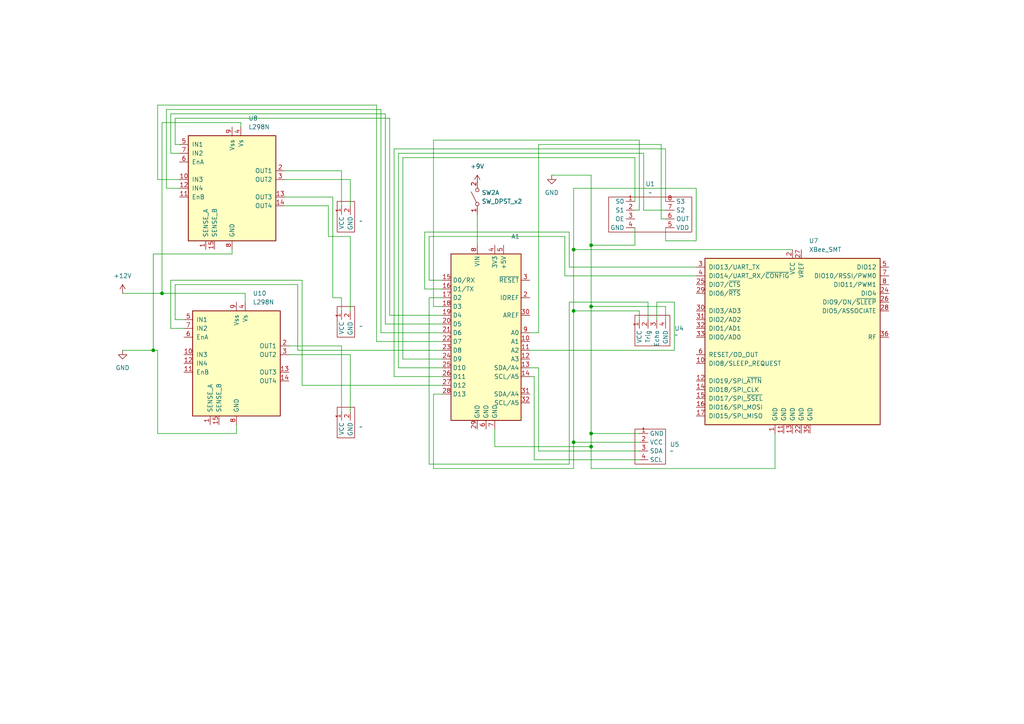
<source format=kicad_sch>
(kicad_sch (version 20231120) (generator "eeschema") (generator_version "8.0")
  (paper "A4")
  (lib_symbols
    (symbol "Driver_Motor:L298N" (pin_names (offset 1.016))
      (property "Reference" "U" (at -10.16 16.51 0))
      (property "Value" "L298N" (at 12.7 16.51 0))
      (symbol "L298N_0_1"
        (rectangle (start -12.7 15.24) (end 12.7 -15.24) (stroke (width 0.254)) (fill (type background)))
      )
      (symbol "L298N_1_1"
        (pin power_in line (at -7.62 -17.78 90) (length 2.54) (name "SENSE_A") (number "1"))
        (pin input line (at -15.24 2.54 0) (length 2.54) (name "IN3") (number "10"))
        (pin input line (at -15.24 -2.54 0) (length 2.54) (name "EnB") (number "11"))
        (pin input line (at -15.24 0 0) (length 2.54) (name "IN4") (number "12"))
        (pin output line (at 15.24 -2.54 180) (length 2.54) (name "OUT3") (number "13"))
        (pin output line (at 15.24 -5.08 180) (length 2.54) (name "OUT4") (number "14"))
        (pin power_in line (at -5.08 -17.78 90) (length 2.54) (name "SENSE_B") (number "15"))
        (pin output line (at 15.24 5.08 180) (length 2.54) (name "OUT1") (number "2"))
        (pin output line (at 15.24 2.54 180) (length 2.54) (name "OUT2") (number "3"))
        (pin power_in line (at 2.54 17.78 270) (length 2.54) (name "Vs") (number "4"))
        (pin input line (at -15.24 12.7 0) (length 2.54) (name "IN1") (number "5"))
        (pin input line (at -15.24 7.62 0) (length 2.54) (name "EnA") (number "6"))
        (pin input line (at -15.24 10.16 0) (length 2.54) (name "IN2") (number "7"))
        (pin power_in line (at 0 -17.78 90) (length 2.54) (name "GND") (number "8"))
        (pin power_in line (at 0 17.78 270) (length 2.54) (name "Vss") (number "9"))
      )
    )
    (symbol "ENES100:Color_Sensor"
      (property "Reference" "U" (at 0 0 0))
      (symbol "Color_Sensor_0_1"
        (rectangle (start -8.89 -1.27) (end 15.24 -11.43))
      )
      (symbol "Color_Sensor_1_1"
        (pin input line (at -1.27 -2.54 180) (length 2.54) (name "S0") (number "1"))
        (pin input line (at -1.27 -5.08 180) (length 2.54) (name "S1") (number "2"))
        (pin input line (at -1.27 -7.62 180) (length 2.54) (name "OE") (number "3"))
        (pin power_in line (at -1.27 -10.16 180) (length 2.54) (name "GND") (number "4"))
        (pin power_in line (at 7.62 -10.16 0) (length 2.54) (name "VDD") (number "5"))
        (pin output line (at 7.62 -7.62 0) (length 2.54) (name "OUT") (number "6"))
        (pin input line (at 7.62 -5.08 0) (length 2.54) (name "S2") (number "7"))
        (pin input line (at 7.62 -2.54 0) (length 2.54) (name "S3") (number "8"))
      )
    )
    (symbol "ENES100:Motor"
      (property "Reference" "U" (at 0 0 0))
      (symbol "Motor_0_1"
        (rectangle (start 2.54 -12.7) (end -2.54 -3.81))
      )
      (symbol "Motor_1_1"
        (pin power_in line (at -1.27 -5.08 270) (length 2.54) (name "VCC") (number "1"))
        (pin power_in line (at 1.27 -5.08 270) (length 2.54) (name "GND") (number "2"))
      )
    )
    (symbol "ENES100:Ultrasonic_Distance_Sensor"
      (property "Reference" "U" (at 0 0 0))
      (symbol "Ultrasonic_Distance_Sensor_0_1"
        (rectangle (start -5.08 -1.27) (end 5.08 -10.16))
      )
      (symbol "Ultrasonic_Distance_Sensor_1_1"
        (pin power_in line (at -3.81 -2.54 270) (length 2.54) (name "VCC") (number "1"))
        (pin input line (at -1.27 -2.54 270) (length 2.54) (name "Trig") (number "2"))
        (pin input line (at 1.27 -2.54 270) (length 2.54) (name "Echo") (number "3"))
        (pin power_in line (at 3.81 -2.54 270) (length 2.54) (name "GND") (number "4"))
      )
    )
    (symbol "ENES100:Water_Depth_Sensor"
      (property "Reference" "U" (at 0 0.508 0))
      (symbol "Water_Depth_Sensor_0_1"
        (rectangle (start 5.08 -1.27) (end -3.81 -11.43))
      )
      (symbol "Water_Depth_Sensor_1_1"
        (pin power_in line (at -2.54 -2.54 0) (length 2.54) (name "GND") (number "1"))
        (pin power_in line (at -2.54 -5.08 0) (length 2.54) (name "VCC") (number "2"))
        (pin input line (at -2.54 -7.62 0) (length 2.54) (name "SDA") (number "3"))
        (pin input line (at -2.54 -10.16 0) (length 2.54) (name "SCL") (number "4"))
      )
    )
    (symbol "MCU_Module:Arduino_UNO_R3"
      (property "Reference" "A" (at -10.16 23.495 0))
      (property "Value" "Arduino_UNO_R3" (at 5.08 -26.67 0))
      (symbol "Arduino_UNO_R3_0_1"
        (rectangle (start -10.16 22.86) (end 10.16 -25.4) (stroke (width 0.254)) (fill (type background)))
      )
      (symbol "Arduino_UNO_R3_1_1"
        (pin no_connect line (at -10.16 -20.32 0) (length 2.54) hide (name "NC") (number "1"))
        (pin bidirectional line (at 12.7 -2.54 180) (length 2.54) (name "A1") (number "10"))
        (pin bidirectional line (at 12.7 -5.08 180) (length 2.54) (name "A2") (number "11"))
        (pin bidirectional line (at 12.7 -7.62 180) (length 2.54) (name "A3") (number "12"))
        (pin bidirectional line (at 12.7 -10.16 180) (length 2.54) (name "SDA/A4") (number "13"))
        (pin bidirectional line (at 12.7 -12.7 180) (length 2.54) (name "SCL/A5") (number "14"))
        (pin bidirectional line (at -12.7 15.24 0) (length 2.54) (name "D0/RX") (number "15"))
        (pin bidirectional line (at -12.7 12.7 0) (length 2.54) (name "D1/TX") (number "16"))
        (pin bidirectional line (at -12.7 10.16 0) (length 2.54) (name "D2") (number "17"))
        (pin bidirectional line (at -12.7 7.62 0) (length 2.54) (name "D3") (number "18"))
        (pin bidirectional line (at -12.7 5.08 0) (length 2.54) (name "D4") (number "19"))
        (pin output line (at 12.7 10.16 180) (length 2.54) (name "IOREF") (number "2"))
        (pin bidirectional line (at -12.7 2.54 0) (length 2.54) (name "D5") (number "20"))
        (pin bidirectional line (at -12.7 0 0) (length 2.54) (name "D6") (number "21"))
        (pin bidirectional line (at -12.7 -2.54 0) (length 2.54) (name "D7") (number "22"))
        (pin bidirectional line (at -12.7 -5.08 0) (length 2.54) (name "D8") (number "23"))
        (pin bidirectional line (at -12.7 -7.62 0) (length 2.54) (name "D9") (number "24"))
        (pin bidirectional line (at -12.7 -10.16 0) (length 2.54) (name "D10") (number "25"))
        (pin bidirectional line (at -12.7 -12.7 0) (length 2.54) (name "D11") (number "26"))
        (pin bidirectional line (at -12.7 -15.24 0) (length 2.54) (name "D12") (number "27"))
        (pin bidirectional line (at -12.7 -17.78 0) (length 2.54) (name "D13") (number "28"))
        (pin power_in line (at -2.54 -27.94 90) (length 2.54) (name "GND") (number "29"))
        (pin input line (at 12.7 15.24 180) (length 2.54) (name "~{RESET}") (number "3"))
        (pin input line (at 12.7 5.08 180) (length 2.54) (name "AREF") (number "30"))
        (pin bidirectional line (at 12.7 -17.78 180) (length 2.54) (name "SDA/A4") (number "31"))
        (pin bidirectional line (at 12.7 -20.32 180) (length 2.54) (name "SCL/A5") (number "32"))
        (pin power_out line (at 2.54 25.4 270) (length 2.54) (name "3V3") (number "4"))
        (pin power_out line (at 5.08 25.4 270) (length 2.54) (name "+5V") (number "5"))
        (pin power_in line (at 0 -27.94 90) (length 2.54) (name "GND") (number "6"))
        (pin power_in line (at 2.54 -27.94 90) (length 2.54) (name "GND") (number "7"))
        (pin power_in line (at -2.54 25.4 270) (length 2.54) (name "VIN") (number "8"))
        (pin bidirectional line (at 12.7 0 180) (length 2.54) (name "A0") (number "9"))
      )
    )
    (symbol "RF_ZigBee:XBee_SMT" (pin_names (offset 1.016))
      (property "Reference" "U" (at -24.384 26.162 0))
      (property "Value" "XBee_SMT" (at -20.828 24.384 0))
      (symbol "XBee_SMT_0_1"
        (rectangle (start -25.4 22.86) (end 25.4 -25.4) (stroke (width 0.254)) (fill (type background)))
      )
      (symbol "XBee_SMT_1_1"
        (pin power_in line (at -5.08 -27.94 90) (length 2.54) (name "GND") (number "1"))
        (pin bidirectional line (at -27.94 -7.62 0) (length 2.54) (name "DIO8/SLEEP_REQUEST") (number "10"))
        (pin power_in line (at -2.54 -27.94 90) (length 2.54) (name "GND") (number "11"))
        (pin output line (at -27.94 -12.7 0) (length 2.54) (name "DIO19/SPI_~{ATTN}") (number "12"))
        (pin power_in line (at 0 -27.94 90) (length 2.54) (name "GND") (number "13"))
        (pin input line (at -27.94 -15.24 0) (length 2.54) (name "DIO18/SPI_CLK") (number "14"))
        (pin input line (at -27.94 -17.78 0) (length 2.54) (name "DIO17/SPI_~{SSEL}") (number "15"))
        (pin input line (at -27.94 -20.32 0) (length 2.54) (name "DIO16/SPI_MOSI") (number "16"))
        (pin output line (at -27.94 -22.86 0) (length 2.54) (name "DIO15/SPI_MISO") (number "17"))
        (pin no_connect line (at 25.4 -20.32 180) (length 2.54) hide (name "NC") (number "18"))
        (pin no_connect line (at 25.4 -17.78 180) (length 2.54) hide (name "NC") (number "19"))
        (pin power_in line (at 0 25.4 270) (length 2.54) (name "VCC") (number "2"))
        (pin no_connect line (at 25.4 -15.24 180) (length 2.54) hide (name "NC") (number "20"))
        (pin no_connect line (at 25.4 -12.7 180) (length 2.54) hide (name "NC") (number "21"))
        (pin power_in line (at 2.54 -27.94 90) (length 2.54) (name "GND") (number "22"))
        (pin no_connect line (at 25.4 -10.16 180) (length 2.54) hide (name "NC") (number "23"))
        (pin bidirectional line (at 27.94 12.7 180) (length 2.54) (name "DIO4") (number "24"))
        (pin bidirectional line (at -27.94 15.24 0) (length 2.54) (name "DIO7/~{CTS}") (number "25"))
        (pin bidirectional line (at 27.94 10.16 180) (length 2.54) (name "DIO9/ON/~{SLEEP}") (number "26"))
        (pin input line (at 2.54 25.4 270) (length 2.54) (name "VREF") (number "27"))
        (pin bidirectional line (at 27.94 7.62 180) (length 2.54) (name "DIO5/ASSOCIATE") (number "28"))
        (pin bidirectional line (at -27.94 12.7 0) (length 2.54) (name "DIO6/~{RTS}") (number "29"))
        (pin bidirectional line (at -27.94 20.32 0) (length 2.54) (name "DIO13/UART_TX") (number "3"))
        (pin bidirectional line (at -27.94 7.62 0) (length 2.54) (name "DIO3/AD3") (number "30"))
        (pin bidirectional line (at -27.94 5.08 0) (length 2.54) (name "DIO2/AD2") (number "31"))
        (pin bidirectional line (at -27.94 2.54 0) (length 2.54) (name "DIO1/AD1") (number "32"))
        (pin bidirectional line (at -27.94 0 0) (length 2.54) (name "DIO0/AD0") (number "33"))
        (pin no_connect line (at 25.4 -7.62 180) (length 2.54) hide (name "NC") (number "34"))
        (pin power_in line (at 5.08 -27.94 90) (length 2.54) (name "GND") (number "35"))
        (pin bidirectional line (at 27.94 0 180) (length 2.54) (name "RF") (number "36"))
        (pin no_connect line (at 25.4 -5.08 180) (length 2.54) hide (name "NC") (number "37"))
        (pin bidirectional line (at -27.94 17.78 0) (length 2.54) (name "DIO14/UART_RX/~{CONFIG}") (number "4"))
        (pin bidirectional line (at 27.94 20.32 180) (length 2.54) (name "DIO12") (number "5"))
        (pin bidirectional line (at -27.94 -5.08 0) (length 2.54) (name "RESET/OD_OUT") (number "6"))
        (pin bidirectional line (at 27.94 17.78 180) (length 2.54) (name "DIO10/RSSI/PWM0") (number "7"))
        (pin bidirectional line (at 27.94 15.24 180) (length 2.54) (name "DIO11/PWM1") (number "8"))
        (pin no_connect line (at 25.4 -22.86 180) (length 2.54) hide (name "NC") (number "9"))
      )
    )
    (symbol "Switch:SW_DPST_x2" (pin_names (offset 0) hide)
      (property "Reference" "SW" (at 0 3.175 0))
      (property "Value" "SW_DPST_x2" (at 0 -2.54 0))
      (symbol "SW_DPST_x2_0_0"
        (circle (center -2.032 0) (radius 0.508))
        (polyline (pts (xy -1.524 0.254) (xy 1.524 1.778)))
        (circle (center 2.032 0) (radius 0.508))
      )
      (symbol "SW_DPST_x2_1_1"
        (pin passive line (at -5.08 0 0) (length 2.54) (name "A") (number "1"))
        (pin passive line (at 5.08 0 180) (length 2.54) (name "B") (number "2"))
      )
      (symbol "SW_DPST_x2_2_1"
        (pin passive line (at -5.08 0 0) (length 2.54) (name "A") (number "3"))
        (pin passive line (at 5.08 0 180) (length 2.54) (name "B") (number "4"))
      )
    )
    (symbol "power:+12V" (power) (pin_numbers hide) (pin_names (offset 0) hide)
      (property "Value" "+12V" (at 0 3.556 0))
      (symbol "+12V_0_1"
        (polyline (pts (xy -0.762 1.27) (xy 0 2.54)))
        (polyline (pts (xy 0 0) (xy 0 2.54)))
        (polyline (pts (xy 0 2.54) (xy 0.762 1.27)))
      )
      (symbol "+12V_1_1"
        (pin power_in line (at 0 0 90) (length 0) (name "~") (number "1"))
      )
    )
    (symbol "power:+9V" (power) (pin_numbers hide) (pin_names (offset 0) hide)
      (property "Value" "+9V" (at 0 3.556 0))
      (symbol "+9V_0_1"
        (polyline (pts (xy -0.762 1.27) (xy 0 2.54)))
        (polyline (pts (xy 0 0) (xy 0 2.54)))
        (polyline (pts (xy 0 2.54) (xy 0.762 1.27)))
      )
      (symbol "+9V_1_1"
        (pin power_in line (at 0 0 90) (length 0) (name "~") (number "1"))
      )
    )
    (symbol "power:GND" (power) (pin_numbers hide) (pin_names (offset 0) hide)
      (property "Value" "GND" (at 0 -3.81 0))
      (symbol "GND_0_1"
        (polyline (pts (xy 0 0) (xy 0 -1.27) (xy 1.27 -1.27) (xy 0 -2.54) (xy -1.27 -1.27) (xy 0 -1.27)))
      )
      (symbol "GND_1_1"
        (pin power_in line (at 0 0 270) (length 0) (name "~") (number "1"))
      )
    )
  )
  (junction (at 166.37 72.39))
  (junction (at 171.45 129.54))
  (junction (at 166.37 90.17))
  (junction (at 171.45 71.12))
  (junction (at 44.45 101.6))
  (junction (at 46.99 85.09))
  (junction (at 171.45 125.73))
  (junction (at 171.45 88.9))
  (junction (at 166.37 128.27))
  (wire (pts (xy 99.06 100.33) (xy 99.06 119.38)))
  (wire (pts (xy 154.94 109.22) (xy 153.67 109.22)))
  (wire (pts (xy 154.94 133.35) (xy 154.94 109.22)))
  (wire (pts (xy 124.46 86.36) (xy 128.27 86.36)))
  (wire (pts (xy 201.93 54.61) (xy 201.93 69.85)))
  (wire (pts (xy 185.42 60.96) (xy 185.42 40.64)))
  (wire (pts (xy 35.56 85.09) (xy 46.99 85.09)))
  (wire (pts (xy 101.6 90.17) (xy 101.6 68.58)))
  (wire (pts (xy 86.36 101.6) (xy 86.36 82.55)))
  (wire (pts (xy 201.93 80.01) (xy 163.83 80.01)))
  (wire (pts (xy 166.37 128.27) (xy 185.42 128.27)))
  (wire (pts (xy 96.52 86.36) (xy 99.06 86.36)))
  (wire (pts (xy 101.6 68.58) (xy 95.25 68.58)))
  (wire (pts (xy 191.77 63.5) (xy 193.04 63.5)))
  (wire (pts (xy 109.22 99.06) (xy 109.22 30.48)))
  (wire (pts (xy 124.46 68.58) (xy 163.83 68.58)))
  (wire (pts (xy 96.52 57.15) (xy 96.52 86.36)))
  (wire (pts (xy 45.72 101.6) (xy 44.45 101.6)))
  (wire (pts (xy 165.1 134.62) (xy 124.46 134.62)))
  (wire (pts (xy 99.06 86.36) (xy 99.06 90.17)))
  (wire (pts (xy 49.53 44.45) (xy 49.53 33.02)))
  (wire (pts (xy 45.72 30.48) (xy 45.72 52.07)))
  (wire (pts (xy 95.25 59.69) (xy 82.55 59.69)))
  (wire (pts (xy 99.06 49.53) (xy 99.06 59.69)))
  (wire (pts (xy 166.37 54.61) (xy 201.93 54.61)))
  (wire (pts (xy 171.45 129.54) (xy 143.51 129.54)))
  (wire (pts (xy 171.45 135.89) (xy 224.79 135.89)))
  (wire (pts (xy 156.21 106.68) (xy 156.21 130.81)))
  (wire (pts (xy 124.46 68.58) (xy 124.46 81.28)))
  (wire (pts (xy 153.67 101.6) (xy 195.58 101.6)))
  (wire (pts (xy 153.67 106.68) (xy 156.21 106.68)))
  (wire (pts (xy 71.12 85.09) (xy 71.12 87.63)))
  (wire (pts (xy 184.15 60.96) (xy 185.42 60.96)))
  (wire (pts (xy 156.21 96.52) (xy 153.67 96.52)))
  (wire (pts (xy 125.73 88.9) (xy 128.27 88.9)))
  (wire (pts (xy 124.46 134.62) (xy 124.46 86.36)))
  (wire (pts (xy 171.45 71.12) (xy 171.45 88.9)))
  (wire (pts (xy 50.8 82.55) (xy 50.8 92.71)))
  (wire (pts (xy 165.1 77.47) (xy 165.1 67.31)))
  (wire (pts (xy 123.19 67.31) (xy 123.19 83.82)))
  (wire (pts (xy 67.31 73.66) (xy 44.45 73.66)))
  (wire (pts (xy 166.37 90.17) (xy 166.37 128.27)))
  (wire (pts (xy 52.07 52.07) (xy 45.72 52.07)))
  (wire (pts (xy 166.37 128.27) (xy 166.37 135.89)))
  (wire (pts (xy 187.96 87.63) (xy 165.1 87.63)))
  (wire (pts (xy 87.63 81.28) (xy 49.53 81.28)))
  (wire (pts (xy 185.42 133.35) (xy 154.94 133.35)))
  (wire (pts (xy 45.72 101.6) (xy 45.72 125.73)))
  (wire (pts (xy 166.37 54.61) (xy 166.37 72.39)))
  (wire (pts (xy 190.5 87.63) (xy 190.5 92.71)))
  (wire (pts (xy 49.53 81.28) (xy 49.53 95.25)))
  (wire (pts (xy 184.15 45.72) (xy 116.84 45.72)))
  (wire (pts (xy 171.45 50.8) (xy 171.45 71.12)))
  (wire (pts (xy 171.45 88.9) (xy 171.45 125.73)))
  (wire (pts (xy 87.63 111.76) (xy 87.63 81.28)))
  (wire (pts (xy 193.04 88.9) (xy 171.45 88.9)))
  (wire (pts (xy 171.45 129.54) (xy 171.45 135.89)))
  (wire (pts (xy 125.73 40.64) (xy 125.73 88.9)))
  (wire (pts (xy 46.99 85.09) (xy 71.12 85.09)))
  (wire (pts (xy 195.58 101.6) (xy 195.58 87.63)))
  (wire (pts (xy 201.93 77.47) (xy 165.1 77.47)))
  (wire (pts (xy 110.49 96.52) (xy 110.49 31.75)))
  (wire (pts (xy 82.55 57.15) (xy 96.52 57.15)))
  (wire (pts (xy 46.99 35.56) (xy 46.99 85.09)))
  (wire (pts (xy 69.85 35.56) (xy 46.99 35.56)))
  (wire (pts (xy 109.22 30.48) (xy 45.72 30.48)))
  (wire (pts (xy 185.42 92.71) (xy 185.42 90.17)))
  (wire (pts (xy 128.27 109.22) (xy 114.3 109.22)))
  (wire (pts (xy 50.8 34.29) (xy 50.8 41.91)))
  (wire (pts (xy 48.26 31.75) (xy 48.26 54.61)))
  (wire (pts (xy 163.83 80.01) (xy 163.83 68.58)))
  (wire (pts (xy 185.42 125.73) (xy 171.45 125.73)))
  (wire (pts (xy 128.27 101.6) (xy 86.36 101.6)))
  (wire (pts (xy 185.42 40.64) (xy 125.73 40.64)))
  (wire (pts (xy 166.37 72.39) (xy 166.37 90.17)))
  (wire (pts (xy 193.04 43.18) (xy 193.04 58.42)))
  (wire (pts (xy 156.21 130.81) (xy 185.42 130.81)))
  (wire (pts (xy 128.27 114.3) (xy 125.73 114.3)))
  (wire (pts (xy 124.46 81.28) (xy 128.27 81.28)))
  (wire (pts (xy 83.82 102.87) (xy 101.6 102.87)))
  (wire (pts (xy 201.93 69.85) (xy 193.04 69.85)))
  (wire (pts (xy 193.04 60.96) (xy 186.69 60.96)))
  (wire (pts (xy 95.25 68.58) (xy 95.25 59.69)))
  (wire (pts (xy 52.07 44.45) (xy 49.53 44.45)))
  (wire (pts (xy 113.03 91.44) (xy 113.03 34.29)))
  (wire (pts (xy 160.02 50.8) (xy 171.45 50.8)))
  (wire (pts (xy 110.49 31.75) (xy 48.26 31.75)))
  (wire (pts (xy 184.15 71.12) (xy 184.15 66.04)))
  (wire (pts (xy 50.8 41.91) (xy 52.07 41.91)))
  (wire (pts (xy 165.1 87.63) (xy 165.1 134.62)))
  (wire (pts (xy 224.79 135.89) (xy 224.79 125.73)))
  (wire (pts (xy 35.56 101.6) (xy 44.45 101.6)))
  (wire (pts (xy 82.55 52.07) (xy 101.6 52.07)))
  (wire (pts (xy 125.73 114.3) (xy 125.73 135.89)))
  (wire (pts (xy 128.27 111.76) (xy 87.63 111.76)))
  (wire (pts (xy 69.85 36.83) (xy 69.85 35.56)))
  (wire (pts (xy 111.76 33.02) (xy 111.76 93.98)))
  (wire (pts (xy 50.8 92.71) (xy 53.34 92.71)))
  (wire (pts (xy 156.21 41.91) (xy 156.21 96.52)))
  (wire (pts (xy 128.27 91.44) (xy 113.03 91.44)))
  (wire (pts (xy 171.45 71.12) (xy 184.15 71.12)))
  (wire (pts (xy 195.58 87.63) (xy 190.5 87.63)))
  (wire (pts (xy 187.96 92.71) (xy 187.96 87.63)))
  (wire (pts (xy 115.57 106.68) (xy 128.27 106.68)))
  (wire (pts (xy 186.69 44.45) (xy 115.57 44.45)))
  (wire (pts (xy 101.6 52.07) (xy 101.6 59.69)))
  (wire (pts (xy 45.72 125.73) (xy 68.58 125.73)))
  (wire (pts (xy 68.58 125.73) (xy 68.58 123.19)))
  (wire (pts (xy 49.53 33.02) (xy 111.76 33.02)))
  (wire (pts (xy 101.6 102.87) (xy 101.6 119.38)))
  (wire (pts (xy 116.84 45.72) (xy 116.84 104.14)))
  (wire (pts (xy 115.57 44.45) (xy 115.57 106.68)))
  (wire (pts (xy 128.27 96.52) (xy 110.49 96.52)))
  (wire (pts (xy 156.21 41.91) (xy 191.77 41.91)))
  (wire (pts (xy 67.31 72.39) (xy 67.31 73.66)))
  (wire (pts (xy 44.45 73.66) (xy 44.45 101.6)))
  (wire (pts (xy 113.03 34.29) (xy 50.8 34.29)))
  (wire (pts (xy 114.3 109.22) (xy 114.3 43.18)))
  (wire (pts (xy 123.19 83.82) (xy 128.27 83.82)))
  (wire (pts (xy 125.73 135.89) (xy 166.37 135.89)))
  (wire (pts (xy 49.53 95.25) (xy 53.34 95.25)))
  (wire (pts (xy 111.76 93.98) (xy 128.27 93.98)))
  (wire (pts (xy 166.37 72.39) (xy 229.87 72.39)))
  (wire (pts (xy 83.82 100.33) (xy 99.06 100.33)))
  (wire (pts (xy 185.42 90.17) (xy 166.37 90.17)))
  (wire (pts (xy 114.3 43.18) (xy 193.04 43.18)))
  (wire (pts (xy 193.04 92.71) (xy 193.04 88.9)))
  (wire (pts (xy 143.51 124.46) (xy 143.51 129.54)))
  (wire (pts (xy 171.45 125.73) (xy 171.45 129.54)))
  (wire (pts (xy 193.04 69.85) (xy 193.04 66.04)))
  (wire (pts (xy 184.15 58.42) (xy 184.15 45.72)))
  (wire (pts (xy 82.55 49.53) (xy 99.06 49.53)))
  (wire (pts (xy 165.1 67.31) (xy 123.19 67.31)))
  (wire (pts (xy 116.84 104.14) (xy 128.27 104.14)))
  (wire (pts (xy 128.27 99.06) (xy 109.22 99.06)))
  (wire (pts (xy 191.77 41.91) (xy 191.77 63.5)))
  (wire (pts (xy 86.36 82.55) (xy 50.8 82.55)))
  (wire (pts (xy 138.43 62.23) (xy 138.43 71.12)))
  (wire (pts (xy 186.69 60.96) (xy 186.69 44.45)))
  (wire (pts (xy 48.26 54.61) (xy 52.07 54.61)))
  (symbol (lib_id "power:GND") (at 160.02 50.8 0) (unit 1)
    (property "Reference" "#PWR04" (effects (hide yes)))
    (property "Value" "GND" (at 160.02 55.88 0))
    (property "Description" "Power symbol creates a global label with name \"GND\" , ground" (effects (hide yes)))
  )
  (symbol (lib_id "ENES100:Motor") (at 100.33 54.61 0) (unit 1)
    (property "Reference" "U3" (effects (hide yes)))
    (property "Value" "~" (at 104.14 64.135 0) (effects (justify left)))
  )
  (symbol (lib_id "MCU_Module:Arduino_UNO_R3") (at 140.97 96.52 0) (unit 1)
    (property "Reference" "A1" (at 148.2441 68.58 0) (effects (justify left)))
    (property "Value" "Arduino_UNO_R3" (effects (hide yes)))
    (property "Footprint" "Module:Arduino_UNO_R3" (effects (hide yes)))
    (property "Datasheet" "https://www.arduino.cc/en/Main/arduinoBoardUno" (effects (hide yes)))
    (property "Description" "Arduino UNO Microcontroller Module, release 3" (effects (hide yes)))
  )
  (symbol (lib_id "power:+9V") (at 138.43 53.34 0) (unit 1)
    (property "Reference" "#PWR03" (effects (hide yes)))
    (property "Value" "+9V" (at 138.43 48.26 0))
    (property "Description" "Power symbol creates a global label with name \"+9V\"" (effects (hide yes)))
  )
  (symbol (lib_id "ENES100:Ultrasonic_Distance_Sensor") (at 189.23 90.17 0) (unit 1)
    (property "Reference" "U4" (at 195.58 95.2499 0) (effects (justify left)))
    (property "Value" "~" (at 195.58 97.155 0) (effects (justify left)))
  )
  (symbol (lib_id "ENES100:Water_Depth_Sensor") (at 187.96 123.19 0) (unit 1)
    (property "Reference" "U5" (at 194.31 128.9049 0) (effects (justify left)))
    (property "Value" "~" (at 194.31 130.81 0) (effects (justify left)))
  )
  (symbol (lib_id "ENES100:Motor") (at 100.33 114.3 0) (unit 1)
    (property "Reference" "U6" (effects (hide yes)))
    (property "Value" "~" (at 104.14 123.825 0) (effects (justify left)))
  )
  (symbol (lib_id "power:GND") (at 35.56 101.6 0) (unit 1)
    (property "Reference" "#PWR02" (effects (hide yes)))
    (property "Value" "GND" (at 35.56 106.68 0))
    (property "Description" "Power symbol creates a global label with name \"GND\" , ground" (effects (hide yes)))
  )
  (symbol (lib_id "power:+12V") (at 35.56 85.09 0) (unit 1)
    (property "Reference" "#PWR01" (effects (hide yes)))
    (property "Value" "+12V" (at 35.56 80.01 0))
    (property "Description" "Power symbol creates a global label with name \"+12V\"" (effects (hide yes)))
  )
  (symbol (lib_id "Switch:SW_DPST_x2") (at 138.43 57.15 90) (unit 1)
    (property "Reference" "SW2" (at 139.7 55.8799 90) (effects (justify right)))
    (property "Value" "SW_DPST_x2" (at 139.7 58.4199 90) (effects (justify right)))
    (property "Description" "Single Pole Single Throw (SPST) switch, separate symbol" (effects (hide yes)))
  )
  (symbol (lib_id "ENES100:Motor") (at 100.33 85.09 0) (unit 1)
    (property "Reference" "U2" (effects (hide yes)))
    (property "Value" "~" (at 104.14 94.615 0) (effects (justify left)))
  )
  (symbol (lib_id "Driver_Motor:L298N") (at 68.58 105.41 0) (unit 1)
    (property "Reference" "U10" (at 73.3141 85.09 0) (effects (justify left)))
    (property "Value" "L298N" (at 73.3141 87.63 0) (effects (justify left)))
    (property "Footprint" "Package_TO_SOT_THT:TO-220-15_P2.54x2.54mm_StaggerOdd_Lead4.58mm_Vertical" (effects (hide yes)))
    (property "Datasheet" "http://www.st.com/st-web-ui/static/active/en/resource/technical/document/datasheet/CD00000240.pdf" (effects (hide yes)))
    (property "Description" "Dual full bridge motor driver, up to 46V, 4A, Multiwatt15-V" (effects (hide yes)))
  )
  (symbol (lib_id "Driver_Motor:L298N") (at 67.31 54.61 0) (unit 1)
    (property "Reference" "U8" (at 72.0441 34.29 0) (effects (justify left)))
    (property "Value" "L298N" (at 72.0441 36.83 0) (effects (justify left)))
    (property "Footprint" "Package_TO_SOT_THT:TO-220-15_P2.54x2.54mm_StaggerOdd_Lead4.58mm_Vertical" (effects (hide yes)))
    (property "Datasheet" "http://www.st.com/st-web-ui/static/active/en/resource/technical/document/datasheet/CD00000240.pdf" (effects (hide yes)))
    (property "Description" "Dual full bridge motor driver, up to 46V, 4A, Multiwatt15-V" (effects (hide yes)))
  )
  (symbol (lib_id "ENES100:Color_Sensor") (at 185.42 55.88 0) (unit 1)
    (property "Reference" "U1" (at 188.595 53.34 0))
    (property "Value" "~" (at 188.595 55.88 0))
  )
  (symbol (lib_id "RF_ZigBee:XBee_SMT") (at 229.87 97.79 0) (unit 1)
    (property "Reference" "U7" (at 234.6041 69.85 0) (effects (justify left)))
    (property "Value" "XBee_SMT" (at 234.6041 72.39 0) (effects (justify left)))
    (property "Footprint" "RF_Module:Digi_XBee_SMT" (effects (hide yes)))
    (property "Datasheet" "http://www.digi.com/resources/documentation/digidocs/pdfs/90002126.pdf" (effects (hide yes)))
    (property "Description" "Digi Xbee SMT RF module" (effects (hide yes)))
  )
)
</source>
